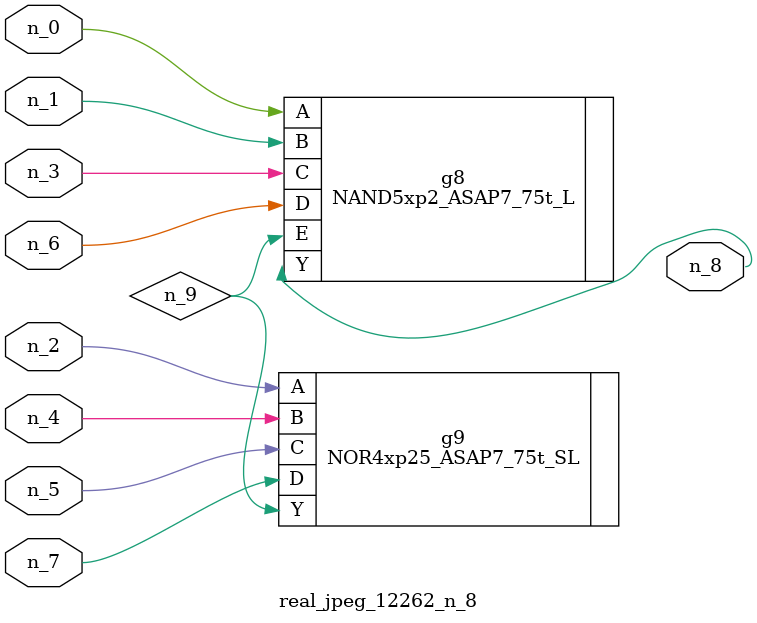
<source format=v>
module real_jpeg_12262_n_8 (n_5, n_4, n_0, n_1, n_2, n_6, n_7, n_3, n_8);

input n_5;
input n_4;
input n_0;
input n_1;
input n_2;
input n_6;
input n_7;
input n_3;

output n_8;

wire n_9;

NAND5xp2_ASAP7_75t_L g8 ( 
.A(n_0),
.B(n_1),
.C(n_3),
.D(n_6),
.E(n_9),
.Y(n_8)
);

NOR4xp25_ASAP7_75t_SL g9 ( 
.A(n_2),
.B(n_4),
.C(n_5),
.D(n_7),
.Y(n_9)
);


endmodule
</source>
